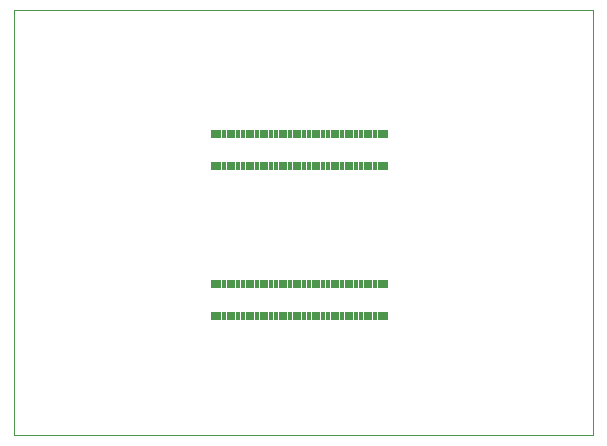
<source format=gbs>
G04 EAGLE Gerber X2 export*
%TF.Part,Single*%
%TF.FileFunction,Other,Solder stop mask Bottom*%
%TF.FilePolarity,Positive*%
%TF.GenerationSoftware,Autodesk,EAGLE,9.0.0*%
%TF.CreationDate,2018-10-03T06:32:16Z*%
G75*
%MOMM*%
%FSLAX34Y34*%
%LPD*%
%AMOC8*
5,1,8,0,0,1.08239X$1,22.5*%
G01*
%ADD10C,0.000000*%
%ADD11R,0.357000X0.787000*%
%ADD12R,0.477000X0.787000*%


D10*
X0Y0D02*
X490000Y0D01*
X490000Y360000D01*
X0Y360000D01*
X0Y0D01*
D11*
X173300Y254850D03*
X173300Y227750D03*
X177300Y254850D03*
X177300Y227750D03*
X181300Y254850D03*
X181300Y227750D03*
X185300Y254850D03*
X185300Y227750D03*
X189300Y254850D03*
X189300Y227750D03*
X193300Y254850D03*
X193300Y227750D03*
X197300Y254850D03*
X197300Y227750D03*
X201300Y254850D03*
X201300Y227750D03*
X205300Y254850D03*
X205300Y227750D03*
X209300Y254850D03*
X209300Y227750D03*
X213300Y254850D03*
X213300Y227750D03*
X217300Y254850D03*
X217300Y227750D03*
X221300Y254850D03*
X221300Y227750D03*
X225300Y254850D03*
X225300Y227750D03*
X229300Y254850D03*
X229300Y227750D03*
X233300Y254850D03*
X233300Y227750D03*
X237300Y254850D03*
X237300Y227750D03*
X241300Y254850D03*
X241300Y227750D03*
X245300Y254850D03*
X245300Y227750D03*
X249300Y254850D03*
X249300Y227750D03*
X253300Y254850D03*
X253300Y227750D03*
X257300Y254850D03*
X257300Y227750D03*
X261300Y254850D03*
X261300Y227750D03*
X265300Y254850D03*
X265300Y227750D03*
X269300Y254850D03*
X269300Y227750D03*
X273300Y254850D03*
X273300Y227750D03*
X277300Y254850D03*
X277300Y227750D03*
X281300Y254850D03*
X281300Y227750D03*
X285300Y254850D03*
X285300Y227750D03*
X289300Y254850D03*
X289300Y227750D03*
X293300Y254850D03*
X293300Y227750D03*
X297300Y254850D03*
X297300Y227750D03*
X301300Y254850D03*
X301300Y227750D03*
X305300Y254850D03*
X305300Y227750D03*
X309300Y254850D03*
X309300Y227750D03*
D12*
X168550Y254850D03*
X168550Y227750D03*
X314050Y227750D03*
X314050Y254850D03*
D11*
X173300Y127850D03*
X173300Y100750D03*
X177300Y127850D03*
X177300Y100750D03*
X181300Y127850D03*
X181300Y100750D03*
X185300Y127850D03*
X185300Y100750D03*
X189300Y127850D03*
X189300Y100750D03*
X193300Y127850D03*
X193300Y100750D03*
X197300Y127850D03*
X197300Y100750D03*
X201300Y127850D03*
X201300Y100750D03*
X205300Y127850D03*
X205300Y100750D03*
X209300Y127850D03*
X209300Y100750D03*
X213300Y127850D03*
X213300Y100750D03*
X217300Y127850D03*
X217300Y100750D03*
X221300Y127850D03*
X221300Y100750D03*
X225300Y127850D03*
X225300Y100750D03*
X229300Y127850D03*
X229300Y100750D03*
X233300Y127850D03*
X233300Y100750D03*
X237300Y127850D03*
X237300Y100750D03*
X241300Y127850D03*
X241300Y100750D03*
X245300Y127850D03*
X245300Y100750D03*
X249300Y127850D03*
X249300Y100750D03*
X253300Y127850D03*
X253300Y100750D03*
X257300Y127850D03*
X257300Y100750D03*
X261300Y127850D03*
X261300Y100750D03*
X265300Y127850D03*
X265300Y100750D03*
X269300Y127850D03*
X269300Y100750D03*
X273300Y127850D03*
X273300Y100750D03*
X277300Y127850D03*
X277300Y100750D03*
X281300Y127850D03*
X281300Y100750D03*
X285300Y127850D03*
X285300Y100750D03*
X289300Y127850D03*
X289300Y100750D03*
X293300Y127850D03*
X293300Y100750D03*
X297300Y127850D03*
X297300Y100750D03*
X301300Y127850D03*
X301300Y100750D03*
X305300Y127850D03*
X305300Y100750D03*
X309300Y127850D03*
X309300Y100750D03*
D12*
X168550Y127850D03*
X168550Y100750D03*
X314050Y100750D03*
X314050Y127850D03*
M02*

</source>
